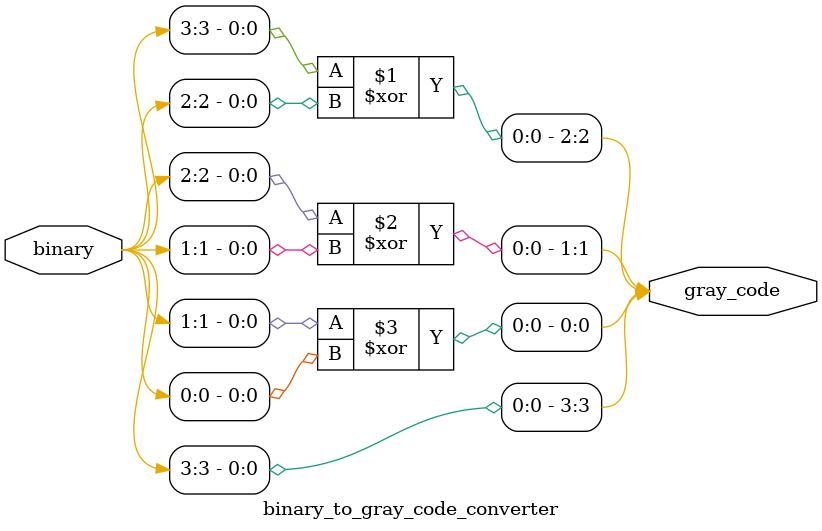
<source format=v>
module binary_to_gray_code_converter(
    input [3:0] binary,
    output [3:0] gray_code
);
    assign gray_code[3]=binary[3];
    assign gray_code[2]=binary[3] ^ binary[2];
    assign gray_code[1]=binary[2] ^ binary[1];
    assign gray_code[0]=binary[1] ^ binary[0];
endmodule
</source>
